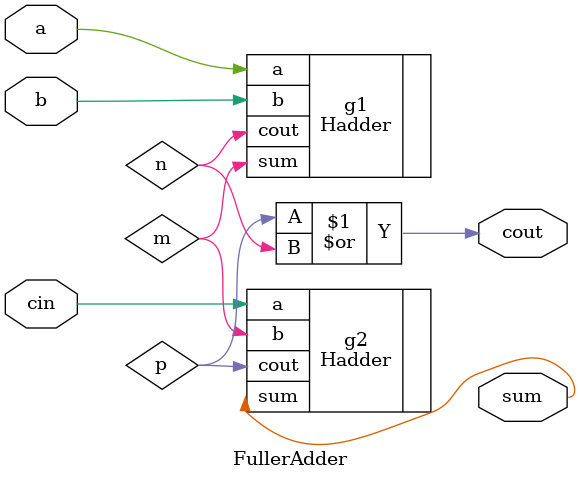
<source format=v>
`timescale 1ns / 1ps


module FullerAdder(a,b,cin,cout,sum);
input a,b,cin;
output cout,sum;
wire m,n,p;
Hadder g1(.a(a),.b(b),.cout(n),.sum(m));
Hadder g2(.a(cin),.b(m),.cout(p),.sum(sum));

assign cout = p|n;

endmodule

</source>
